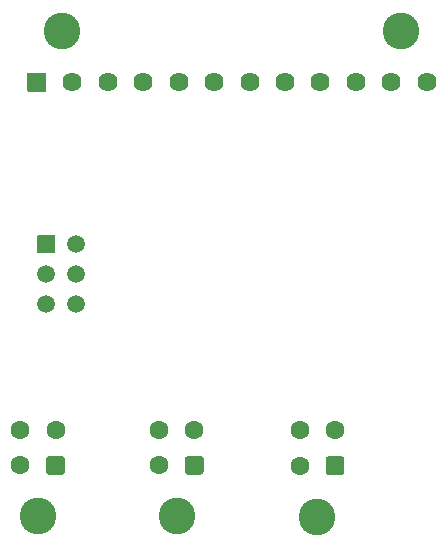
<source format=gbs>
G04 #@! TF.GenerationSoftware,KiCad,Pcbnew,5.1.10*
G04 #@! TF.CreationDate,2022-03-08T21:35:18-05:00*
G04 #@! TF.ProjectId,throttle,7468726f-7474-46c6-952e-6b696361645f,Rev 2*
G04 #@! TF.SameCoordinates,Original*
G04 #@! TF.FileFunction,Soldermask,Bot*
G04 #@! TF.FilePolarity,Negative*
%FSLAX46Y46*%
G04 Gerber Fmt 4.6, Leading zero omitted, Abs format (unit mm)*
G04 Created by KiCad (PCBNEW 5.1.10) date 2022-03-08 21:35:18*
%MOMM*%
%LPD*%
G01*
G04 APERTURE LIST*
%ADD10C,3.102000*%
%ADD11C,1.602000*%
%ADD12C,1.502000*%
%ADD13C,1.622000*%
%ADD14C,3.101999*%
G04 APERTURE END LIST*
D10*
X162369500Y-127635000D03*
G36*
G01*
X164670500Y-122781000D02*
X164670500Y-123849000D01*
G75*
G02*
X164403500Y-124116000I-267000J0D01*
G01*
X163335500Y-124116000D01*
G75*
G02*
X163068500Y-123849000I0J267000D01*
G01*
X163068500Y-122781000D01*
G75*
G02*
X163335500Y-122514000I267000J0D01*
G01*
X164403500Y-122514000D01*
G75*
G02*
X164670500Y-122781000I0J-267000D01*
G01*
G37*
D11*
X160869500Y-123315000D03*
X163869500Y-120315000D03*
X160869500Y-120315000D03*
G36*
G01*
X162317000Y-105284500D02*
X162317000Y-103884500D01*
G75*
G02*
X162368000Y-103833500I51000J0D01*
G01*
X163768000Y-103833500D01*
G75*
G02*
X163819000Y-103884500I0J-51000D01*
G01*
X163819000Y-105284500D01*
G75*
G02*
X163768000Y-105335500I-51000J0D01*
G01*
X162368000Y-105335500D01*
G75*
G02*
X162317000Y-105284500I0J51000D01*
G01*
G37*
D12*
X165608000Y-104584500D03*
X163068000Y-107124500D03*
X165608000Y-107124500D03*
X163068000Y-109664500D03*
X165608000Y-109664500D03*
G36*
G01*
X163102719Y-90108499D02*
X163102719Y-91628501D01*
G75*
G02*
X163051720Y-91679500I-50999J0D01*
G01*
X161531718Y-91679500D01*
G75*
G02*
X161480719Y-91628501I0J50999D01*
G01*
X161480719Y-90108499D01*
G75*
G02*
X161531718Y-90057500I50999J0D01*
G01*
X163051720Y-90057500D01*
G75*
G02*
X163102719Y-90108499I0J-50999D01*
G01*
G37*
D13*
X165291718Y-90868500D03*
X168291717Y-90868500D03*
X171291716Y-90868500D03*
X174291715Y-90868500D03*
X177291714Y-90868500D03*
X180291713Y-90868500D03*
X183291713Y-90868500D03*
X186291712Y-90868500D03*
X189291711Y-90868500D03*
X192291710Y-90868500D03*
X195291709Y-90868500D03*
D14*
X164441763Y-86548501D03*
X193141706Y-86548501D03*
D11*
X172617000Y-120315000D03*
X175617000Y-120315000D03*
X172617000Y-123315000D03*
G36*
G01*
X176418000Y-122781000D02*
X176418000Y-123849000D01*
G75*
G02*
X176151000Y-124116000I-267000J0D01*
G01*
X175083000Y-124116000D01*
G75*
G02*
X174816000Y-123849000I0J267000D01*
G01*
X174816000Y-122781000D01*
G75*
G02*
X175083000Y-122514000I267000J0D01*
G01*
X176151000Y-122514000D01*
G75*
G02*
X176418000Y-122781000I0J-267000D01*
G01*
G37*
D10*
X174117000Y-127635000D03*
X186031000Y-127652500D03*
G36*
G01*
X188332000Y-122798500D02*
X188332000Y-123866500D01*
G75*
G02*
X188065000Y-124133500I-267000J0D01*
G01*
X186997000Y-124133500D01*
G75*
G02*
X186730000Y-123866500I0J267000D01*
G01*
X186730000Y-122798500D01*
G75*
G02*
X186997000Y-122531500I267000J0D01*
G01*
X188065000Y-122531500D01*
G75*
G02*
X188332000Y-122798500I0J-267000D01*
G01*
G37*
D11*
X184531000Y-123332500D03*
X187531000Y-120332500D03*
X184531000Y-120332500D03*
M02*

</source>
